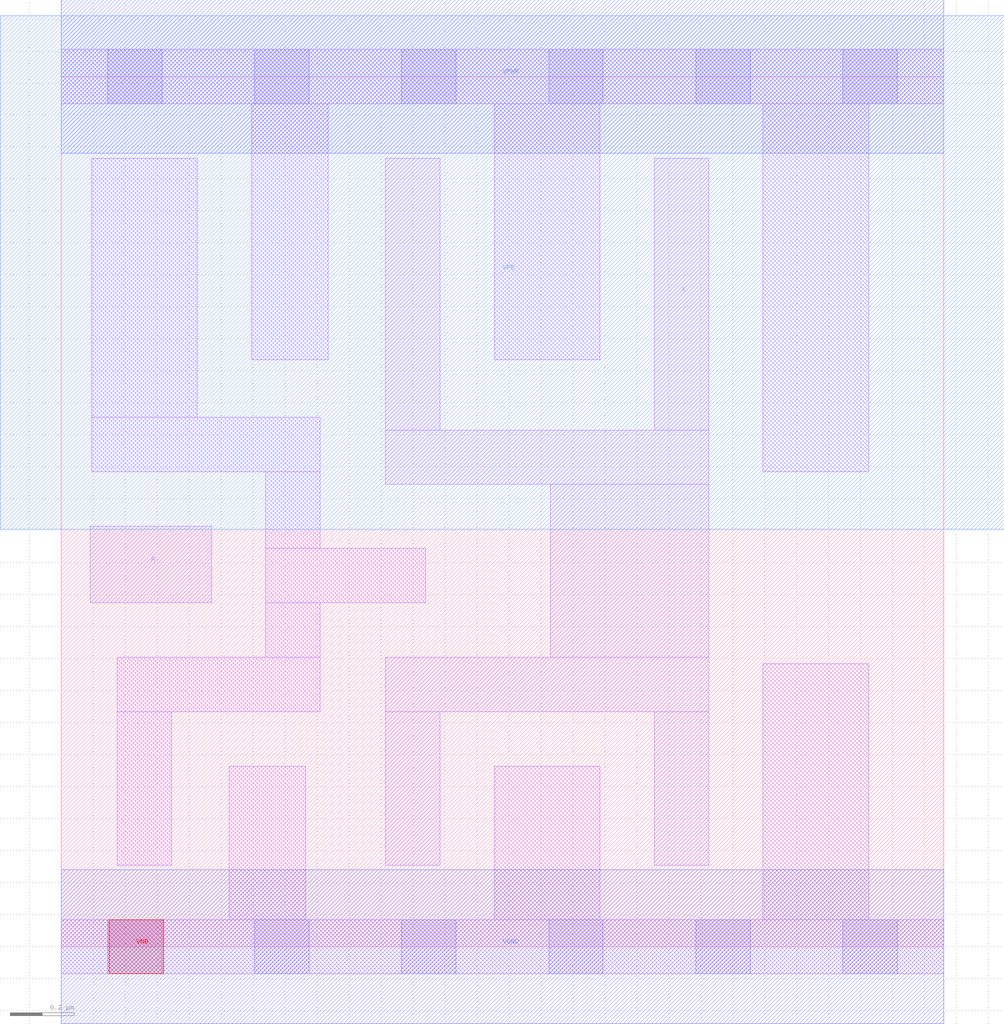
<source format=lef>
# Copyright 2020 The SkyWater PDK Authors
#
# Licensed under the Apache License, Version 2.0 (the "License");
# you may not use this file except in compliance with the License.
# You may obtain a copy of the License at
#
#     https://www.apache.org/licenses/LICENSE-2.0
#
# Unless required by applicable law or agreed to in writing, software
# distributed under the License is distributed on an "AS IS" BASIS,
# WITHOUT WARRANTIES OR CONDITIONS OF ANY KIND, either express or implied.
# See the License for the specific language governing permissions and
# limitations under the License.
#
# SPDX-License-Identifier: Apache-2.0

VERSION 5.7 ;
  NOWIREEXTENSIONATPIN ON ;
  DIVIDERCHAR "/" ;
  BUSBITCHARS "[]" ;
MACRO sky130_fd_sc_hd__buf_4
  CLASS CORE ;
  FOREIGN sky130_fd_sc_hd__buf_4 ;
  ORIGIN  0.000000  0.000000 ;
  SIZE  2.760000 BY  2.720000 ;
  SYMMETRY X Y R90 ;
  SITE unithd ;
  PIN A
    ANTENNAGATEAREA  0.247500 ;
    DIRECTION INPUT ;
    USE SIGNAL ;
    PORT
      LAYER li1 ;
        RECT 0.090000 1.075000 0.470000 1.315000 ;
    END
  END A
  PIN X
    ANTENNADIFFAREA  0.891000 ;
    DIRECTION OUTPUT ;
    USE SIGNAL ;
    PORT
      LAYER li1 ;
        RECT 1.015000 0.255000 1.185000 0.735000 ;
        RECT 1.015000 0.735000 2.025000 0.905000 ;
        RECT 1.015000 1.445000 2.025000 1.615000 ;
        RECT 1.015000 1.615000 1.185000 2.465000 ;
        RECT 1.530000 0.905000 2.025000 1.445000 ;
        RECT 1.855000 0.255000 2.025000 0.735000 ;
        RECT 1.855000 1.615000 2.025000 2.465000 ;
    END
  END X
  PIN VGND
    DIRECTION INOUT ;
    SHAPE ABUTMENT ;
    USE GROUND ;
    PORT
      LAYER met1 ;
        RECT 0.000000 -0.240000 2.760000 0.240000 ;
    END
  END VGND
  PIN VNB
    DIRECTION INOUT ;
    USE GROUND ;
    PORT
      LAYER pwell ;
        RECT 0.150000 -0.085000 0.320000 0.085000 ;
    END
  END VNB
  PIN VPB
    DIRECTION INOUT ;
    USE POWER ;
    PORT
      LAYER nwell ;
        RECT -0.190000 1.305000 2.950000 2.910000 ;
    END
  END VPB
  PIN VPWR
    DIRECTION INOUT ;
    SHAPE ABUTMENT ;
    USE POWER ;
    PORT
      LAYER met1 ;
        RECT 0.000000 2.480000 2.760000 2.960000 ;
    END
  END VPWR
  OBS
    LAYER li1 ;
      RECT 0.000000 -0.085000 2.760000 0.085000 ;
      RECT 0.000000  2.635000 2.760000 2.805000 ;
      RECT 0.095000  1.485000 0.810000 1.655000 ;
      RECT 0.095000  1.655000 0.425000 2.465000 ;
      RECT 0.175000  0.255000 0.345000 0.735000 ;
      RECT 0.175000  0.735000 0.810000 0.905000 ;
      RECT 0.525000  0.085000 0.765000 0.565000 ;
      RECT 0.595000  1.835000 0.835000 2.635000 ;
      RECT 0.640000  0.905000 0.810000 1.075000 ;
      RECT 0.640000  1.075000 1.140000 1.245000 ;
      RECT 0.640000  1.245000 0.810000 1.485000 ;
      RECT 1.355000  0.085000 1.685000 0.565000 ;
      RECT 1.355000  1.835000 1.685000 2.635000 ;
      RECT 2.195000  0.085000 2.525000 0.885000 ;
      RECT 2.195000  1.485000 2.525000 2.635000 ;
    LAYER mcon ;
      RECT 0.145000 -0.085000 0.315000 0.085000 ;
      RECT 0.145000  2.635000 0.315000 2.805000 ;
      RECT 0.605000 -0.085000 0.775000 0.085000 ;
      RECT 0.605000  2.635000 0.775000 2.805000 ;
      RECT 1.065000 -0.085000 1.235000 0.085000 ;
      RECT 1.065000  2.635000 1.235000 2.805000 ;
      RECT 1.525000 -0.085000 1.695000 0.085000 ;
      RECT 1.525000  2.635000 1.695000 2.805000 ;
      RECT 1.985000 -0.085000 2.155000 0.085000 ;
      RECT 1.985000  2.635000 2.155000 2.805000 ;
      RECT 2.445000 -0.085000 2.615000 0.085000 ;
      RECT 2.445000  2.635000 2.615000 2.805000 ;
  END
END sky130_fd_sc_hd__buf_4
END LIBRARY

</source>
